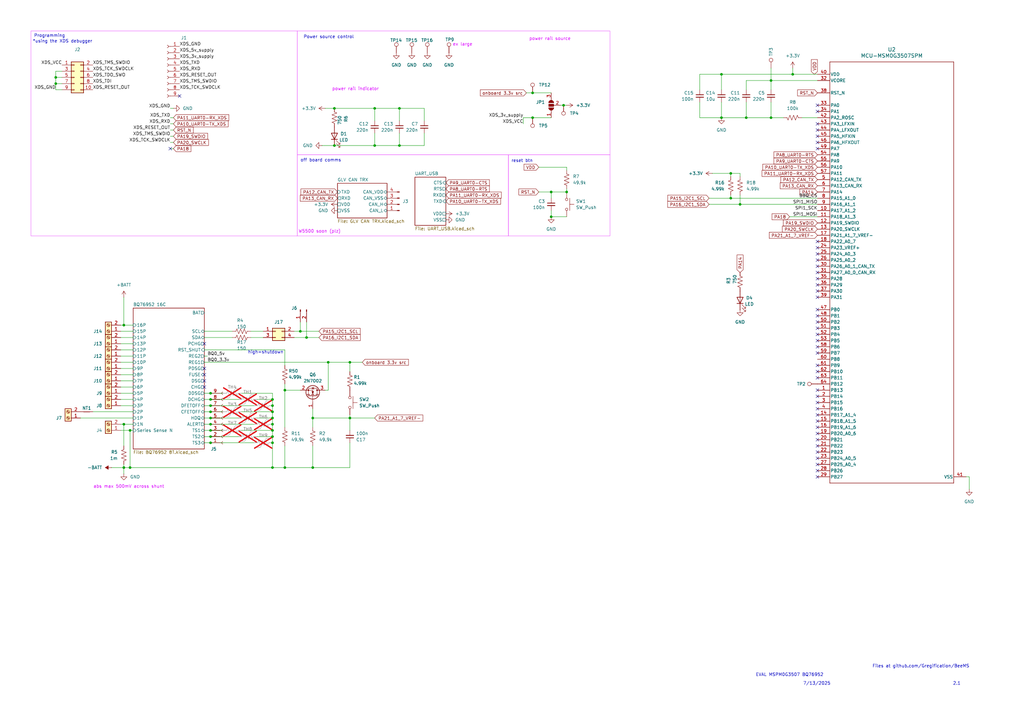
<source format=kicad_sch>
(kicad_sch (version 20250114) (generator "eeschema") (generator_version "9.0")
  (paper "A3")
  (rectangle (start 12.7 12.7) (end 121.92 96.774) (stroke (width 0) (color 234 84 255 1)))
  (rectangle (start 208.534 63.5) (end 250.19 96.774) (stroke (width 0) (color 234 84 255 1)))
  (rectangle (start 121.92 63.5) (end 208.534 96.774) (stroke (width 0) (color 234 84 255 1)))
  (rectangle (start 121.92 12.7) (end 250.19 63.5) (stroke (width 0) (color 234 84 255 1)))
  (text "EVAL MSPM0G3507 BQ76952" (at 323.85 276.86 0) (effects (font (size 1.27 1.27))))
  (text "Programming" (at 20.32 14.732 0) (effects (font (size 1.27 1.27))))
  (text "Files at github.com/Gregification/BeeMS" (at 377.698 273.304 0) (effects (font (size 1.27 1.27))))
  (text "power rail source" (at 225.552 16.002 0) (effects (font (size 1.27 1.27))))
  (text "high=shutdown" (at 108.966 144.526 0) (effects (font (size 1.27 1.27))))
  (text "Power source control" (at 124.46 15.24 0) (effects (font (size 1.27 1.27)) (justify left)))
  (text "off board comms\n" (at 123.19 65.786 0) (effects (font (size 1.27 1.27)) (justify left)))
  (text "reset btn" (at 214.122 66.04 0) (effects (font (size 1.27 1.27))))
  (text "2.1" (at 392.43 280.416 0) (effects (font (size 1.27 1.27))))
  (text "ex large" (at 189.738 18.288 0) (effects (font (size 1.27 1.27))))
  (text "abs max 500mV across shunt" (at 52.832 199.644 0) (effects (font (size 1.27 1.27))))
  (text "7/13/2025" (at 335.026 280.416 0) (effects (font (size 1.27 1.27))))
  (text "W5500 soon (plz)" (at 131.064 94.996 0) (effects (font (size 1.27 1.27))))
  (text "power rail indicator" (at 145.796 36.576 0) (effects (font (size 1.27 1.27))))
  (text "*using the XDS debugger" (at 25.654 17.018 0) (effects (font (size 1.27 1.27))))
  (junction (at 295.91 48.26))
  (junction (at 53.34 176.53))
  (junction (at 111.76 179.07))
  (junction (at 22.86 31.75))
  (junction (at 325.12 30.48))
  (junction (at 218.44 48.26))
  (junction (at 163.83 44.45))
  (junction (at 116.84 160.02))
  (junction (at 299.72 71.12))
  (junction (at 53.34 191.77))
  (junction (at 86.36 176.53))
  (junction (at 137.16 59.69))
  (junction (at 86.36 179.07))
  (junction (at 137.16 44.45))
  (junction (at 128.27 191.77))
  (junction (at 50.8 191.77))
  (junction (at 111.76 181.61))
  (junction (at 218.44 38.1))
  (junction (at 295.91 30.48))
  (junction (at 299.72 81.28))
  (junction (at 86.36 168.91))
  (junction (at 111.76 171.45))
  (junction (at 226.06 78.74))
  (junction (at 86.36 166.37))
  (junction (at 123.19 135.89))
  (junction (at 231.14 43.18))
  (junction (at 111.76 168.91))
  (junction (at 125.73 138.43))
  (junction (at 50.8 173.99))
  (junction (at 116.84 191.77))
  (junction (at 316.23 33.02))
  (junction (at 50.8 133.35))
  (junction (at 143.51 171.45))
  (junction (at 86.36 181.61))
  (junction (at 303.53 83.82))
  (junction (at 153.67 44.45))
  (junction (at 86.36 163.83))
  (junction (at 86.36 173.99))
  (junction (at 86.36 161.29))
  (junction (at 226.06 88.9))
  (junction (at 111.76 166.37))
  (junction (at 143.51 148.59))
  (junction (at 163.83 59.69))
  (junction (at 111.76 191.77))
  (junction (at 128.27 171.45))
  (junction (at 111.76 163.83))
  (junction (at 153.67 59.69))
  (junction (at 134.62 148.59))
  (junction (at 86.36 171.45))
  (junction (at 316.23 48.26))
  (junction (at 306.07 48.26))
  (junction (at 22.86 34.29))
  (junction (at 111.76 176.53))
  (junction (at 111.76 173.99))
  (junction (at 232.41 78.74))
  (no_connect (at 335.28 104.14))
  (no_connect (at 335.28 58.42))
  (no_connect (at 335.28 162.56))
  (no_connect (at 335.28 111.76))
  (no_connect (at 73.66 39.37))
  (no_connect (at 69.85 60.96))
  (no_connect (at 335.28 43.18))
  (no_connect (at 83.82 158.75))
  (no_connect (at 335.28 182.88))
  (no_connect (at 335.28 106.68))
  (no_connect (at 335.28 167.64))
  (no_connect (at 335.28 190.5))
  (no_connect (at 335.28 154.94))
  (no_connect (at 83.82 153.67))
  (no_connect (at 335.28 185.42))
  (no_connect (at 335.28 175.26))
  (no_connect (at 335.28 193.04))
  (no_connect (at 335.28 144.78))
  (no_connect (at 335.28 142.24))
  (no_connect (at 335.28 165.1))
  (no_connect (at 335.28 99.06))
  (no_connect (at 335.28 139.7))
  (no_connect (at 335.28 160.02))
  (no_connect (at 335.28 101.6))
  (no_connect (at 335.28 114.3))
  (no_connect (at 335.28 195.58))
  (no_connect (at 335.28 170.18))
  (no_connect (at 335.28 129.54))
  (no_connect (at 335.28 172.72))
  (no_connect (at 335.28 45.72))
  (no_connect (at 335.28 55.88))
  (no_connect (at 83.82 140.97))
  (no_connect (at 335.28 127))
  (no_connect (at 335.28 137.16))
  (no_connect (at 335.28 187.96))
  (no_connect (at 335.28 134.62))
  (no_connect (at 83.82 156.21))
  (no_connect (at 335.28 132.08))
  (no_connect (at 335.28 152.4))
  (no_connect (at 335.28 121.92))
  (no_connect (at 335.28 109.22))
  (no_connect (at 335.28 60.96))
  (no_connect (at 335.28 180.34))
  (no_connect (at 335.28 53.34))
  (no_connect (at 83.82 151.13))
  (no_connect (at 335.28 177.8))
  (no_connect (at 335.28 119.38))
  (no_connect (at 335.28 50.8))
  (no_connect (at 335.28 149.86))
  (no_connect (at 335.28 116.84))
  (wire (pts (xy 303.53 83.82) (xy 335.28 83.82)))
  (wire (pts (xy 316.23 48.26) (xy 321.31 48.26)))
  (wire (pts (xy 111.76 163.83) (xy 111.76 166.37)))
  (wire (pts (xy 128.27 167.64) (xy 128.27 171.45)))
  (wire (pts (xy 153.67 54.61) (xy 153.67 59.69)))
  (wire (pts (xy 306.07 48.26) (xy 316.23 48.26)))
  (wire (pts (xy 111.76 176.53) (xy 111.76 173.99)))
  (wire (pts (xy 49.53 166.37) (xy 54.61 166.37)))
  (wire (pts (xy 218.44 38.1) (xy 226.06 38.1)))
  (wire (pts (xy 143.51 191.77) (xy 128.27 191.77)))
  (wire (pts (xy 143.51 170.18) (xy 143.51 171.45)))
  (wire (pts (xy 49.53 163.83) (xy 54.61 163.83)))
  (wire (pts (xy 306.07 33.02) (xy 306.07 36.83)))
  (wire (pts (xy 325.12 27.94) (xy 325.12 30.48)))
  (wire (pts (xy 325.12 30.48) (xy 335.28 30.48)))
  (wire (pts (xy 287.02 30.48) (xy 295.91 30.48)))
  (wire (pts (xy 69.85 58.42) (xy 71.12 58.42)))
  (wire (pts (xy 99.06 168.91) (xy 111.76 168.91)))
  (wire (pts (xy 49.53 148.59) (xy 54.61 148.59)))
  (wire (pts (xy 163.83 59.69) (xy 163.83 54.61)))
  (wire (pts (xy 22.86 34.29) (xy 25.4 34.29)))
  (wire (pts (xy 123.19 135.89) (xy 130.81 135.89)))
  (wire (pts (xy 125.73 138.43) (xy 130.81 138.43)))
  (wire (pts (xy 232.41 78.74) (xy 232.41 77.47)))
  (wire (pts (xy 153.67 44.45) (xy 153.67 49.53)))
  (wire (pts (xy 49.53 161.29) (xy 54.61 161.29)))
  (wire (pts (xy 143.51 171.45) (xy 143.51 176.53)))
  (wire (pts (xy 173.99 59.69) (xy 173.99 54.61)))
  (wire (pts (xy 116.84 191.77) (xy 128.27 191.77)))
  (wire (pts (xy 134.62 148.59) (xy 134.62 160.02)))
  (wire (pts (xy 316.23 41.91) (xy 316.23 48.26)))
  (wire (pts (xy 69.85 48.26) (xy 71.12 48.26)))
  (wire (pts (xy 86.36 181.61) (xy 104.14 181.61)))
  (wire (pts (xy 111.76 168.91) (xy 111.76 166.37)))
  (wire (pts (xy 214.63 48.26) (xy 218.44 48.26)))
  (wire (pts (xy 287.02 30.48) (xy 287.02 36.83)))
  (wire (pts (xy 299.72 80.01) (xy 299.72 81.28)))
  (wire (pts (xy 295.91 30.48) (xy 325.12 30.48)))
  (wire (pts (xy 299.72 71.12) (xy 303.53 71.12)))
  (wire (pts (xy 111.76 161.29) (xy 111.76 163.83)))
  (wire (pts (xy 86.36 176.53) (xy 91.44 176.53)))
  (wire (pts (xy 83.82 146.05) (xy 85.09 146.05)))
  (wire (pts (xy 86.36 171.45) (xy 97.79 171.45)))
  (wire (pts (xy 303.53 80.01) (xy 303.53 83.82)))
  (wire (pts (xy 120.65 135.89) (xy 123.19 135.89)))
  (wire (pts (xy 226.06 78.74) (xy 232.41 78.74)))
  (wire (pts (xy 232.41 88.9) (xy 226.06 88.9)))
  (wire (pts (xy 83.82 163.83) (xy 86.36 163.83)))
  (wire (pts (xy 38.1 168.91) (xy 54.61 168.91)))
  (wire (pts (xy 86.36 179.07) (xy 97.79 179.07)))
  (wire (pts (xy 306.07 33.02) (xy 316.23 33.02)))
  (wire (pts (xy 50.8 191.77) (xy 50.8 194.31)))
  (wire (pts (xy 116.84 157.48) (xy 116.84 160.02)))
  (wire (pts (xy 86.36 161.29) (xy 91.44 161.29)))
  (wire (pts (xy 125.73 132.08) (xy 125.73 138.43)))
  (wire (pts (xy 111.76 179.07) (xy 111.76 176.53)))
  (wire (pts (xy 50.8 121.92) (xy 50.8 133.35)))
  (wire (pts (xy 299.72 81.28) (xy 335.28 81.28)))
  (wire (pts (xy 111.76 181.61) (xy 111.76 191.77)))
  (wire (pts (xy 83.82 173.99) (xy 86.36 173.99)))
  (wire (pts (xy 83.82 181.61) (xy 86.36 181.61)))
  (wire (pts (xy 290.83 83.82) (xy 303.53 83.82)))
  (wire (pts (xy 173.99 49.53) (xy 173.99 44.45)))
  (wire (pts (xy 69.85 50.8) (xy 71.12 50.8)))
  (wire (pts (xy 116.84 143.51) (xy 116.84 149.86)))
  (wire (pts (xy 99.06 176.53) (xy 111.76 176.53)))
  (wire (pts (xy 143.51 148.59) (xy 148.59 148.59)))
  (wire (pts (xy 83.82 176.53) (xy 86.36 176.53)))
  (wire (pts (xy 232.41 69.85) (xy 232.41 68.58)))
  (wire (pts (xy 295.91 30.48) (xy 295.91 36.83)))
  (wire (pts (xy 306.07 48.26) (xy 306.07 41.91)))
  (wire (pts (xy 128.27 182.88) (xy 128.27 191.77)))
  (wire (pts (xy 49.53 156.21) (xy 54.61 156.21)))
  (wire (pts (xy 50.8 173.99) (xy 54.61 173.99)))
  (wire (pts (xy 86.36 173.99) (xy 104.14 173.99)))
  (wire (pts (xy 83.82 171.45) (xy 86.36 171.45)))
  (wire (pts (xy 316.23 33.02) (xy 335.28 33.02)))
  (wire (pts (xy 295.91 41.91) (xy 295.91 48.26)))
  (wire (pts (xy 69.85 60.96) (xy 71.12 60.96)))
  (wire (pts (xy 83.82 179.07) (xy 86.36 179.07)))
  (wire (pts (xy 111.76 163.83) (xy 105.41 163.83)))
  (wire (pts (xy 220.98 78.74) (xy 226.06 78.74)))
  (wire (pts (xy 128.27 171.45) (xy 143.51 171.45)))
  (wire (pts (xy 299.72 71.12) (xy 299.72 72.39)))
  (wire (pts (xy 22.86 31.75) (xy 25.4 31.75)))
  (wire (pts (xy 49.53 140.97) (xy 54.61 140.97)))
  (wire (pts (xy 53.34 191.77) (xy 111.76 191.77)))
  (wire (pts (xy 292.1 71.12) (xy 299.72 71.12)))
  (wire (pts (xy 102.87 138.43) (xy 107.95 138.43)))
  (wire (pts (xy 69.85 55.88) (xy 71.12 55.88)))
  (wire (pts (xy 123.19 132.08) (xy 123.19 135.89)))
  (wire (pts (xy 116.84 182.88) (xy 116.84 191.77)))
  (wire (pts (xy 133.35 44.45) (xy 137.16 44.45)))
  (wire (pts (xy 49.53 138.43) (xy 54.61 138.43)))
  (wire (pts (xy 22.86 29.21) (xy 25.4 29.21)))
  (wire (pts (xy 111.76 168.91) (xy 111.76 171.45)))
  (wire (pts (xy 116.84 160.02) (xy 123.19 160.02)))
  (wire (pts (xy 173.99 44.45) (xy 163.83 44.45)))
  (wire (pts (xy 22.86 29.21) (xy 22.86 31.75)))
  (wire (pts (xy 132.08 59.69) (xy 137.16 59.69)))
  (wire (pts (xy 83.82 148.59) (xy 134.62 148.59)))
  (wire (pts (xy 49.53 143.51) (xy 54.61 143.51)))
  (wire (pts (xy 69.85 44.45) (xy 71.12 44.45)))
  (wire (pts (xy 163.83 49.53) (xy 163.83 44.45)))
  (wire (pts (xy 53.34 191.77) (xy 50.8 191.77)))
  (wire (pts (xy 83.82 168.91) (xy 86.36 168.91)))
  (wire (pts (xy 33.02 171.45) (xy 54.61 171.45)))
  (wire (pts (xy 50.8 173.99) (xy 50.8 182.88)))
  (wire (pts (xy 316.23 27.94) (xy 316.23 33.02)))
  (wire (pts (xy 143.51 181.61) (xy 143.51 191.77)))
  (wire (pts (xy 163.83 59.69) (xy 173.99 59.69)))
  (wire (pts (xy 143.51 148.59) (xy 143.51 152.4)))
  (wire (pts (xy 83.82 138.43) (xy 95.25 138.43)))
  (wire (pts (xy 102.87 135.89) (xy 107.95 135.89)))
  (wire (pts (xy 111.76 181.61) (xy 111.76 179.07)))
  (wire (pts (xy 83.82 166.37) (xy 86.36 166.37)))
  (wire (pts (xy 397.51 200.66) (xy 397.51 195.58)))
  (wire (pts (xy 215.9 38.1) (xy 218.44 38.1)))
  (wire (pts (xy 111.76 173.99) (xy 111.76 171.45)))
  (wire (pts (xy 218.44 48.26) (xy 226.06 48.26)))
  (wire (pts (xy 49.53 135.89) (xy 54.61 135.89)))
  (wire (pts (xy 220.98 68.58) (xy 232.41 68.58)))
  (wire (pts (xy 316.23 33.02) (xy 316.23 36.83)))
  (wire (pts (xy 99.06 161.29) (xy 111.76 161.29)))
  (wire (pts (xy 49.53 158.75) (xy 54.61 158.75)))
  (wire (pts (xy 226.06 78.74) (xy 226.06 81.28)))
  (wire (pts (xy 22.86 36.83) (xy 25.4 36.83)))
  (wire (pts (xy 49.53 151.13) (xy 54.61 151.13)))
  (wire (pts (xy 50.8 133.35) (xy 54.61 133.35)))
  (wire (pts (xy 83.82 135.89) (xy 95.25 135.89)))
  (wire (pts (xy 214.63 50.8) (xy 214.63 48.26)))
  (wire (pts (xy 323.85 88.9) (xy 335.28 88.9)))
  (wire (pts (xy 134.62 160.02) (xy 133.35 160.02)))
  (wire (pts (xy 303.53 71.12) (xy 303.53 72.39)))
  (wire (pts (xy 397.51 195.58) (xy 396.24 195.58)))
  (wire (pts (xy 287.02 48.26) (xy 295.91 48.26)))
  (wire (pts (xy 134.62 148.59) (xy 143.51 148.59)))
  (wire (pts (xy 53.34 176.53) (xy 53.34 191.77)))
  (wire (pts (xy 49.53 133.35) (xy 50.8 133.35)))
  (wire (pts (xy 163.83 44.45) (xy 153.67 44.45)))
  (wire (pts (xy 290.83 81.28) (xy 299.72 81.28)))
  (wire (pts (xy 120.65 138.43) (xy 125.73 138.43)))
  (wire (pts (xy 105.41 171.45) (xy 111.76 171.45)))
  (wire (pts (xy 86.36 168.91) (xy 91.44 168.91)))
  (wire (pts (xy 137.16 59.69) (xy 153.67 59.69)))
  (wire (pts (xy 22.86 36.83) (xy 22.86 34.29)))
  (wire (pts (xy 83.82 143.51) (xy 116.84 143.51)))
  (wire (pts (xy 49.53 173.99) (xy 50.8 173.99)))
  (wire (pts (xy 232.41 43.18) (xy 231.14 43.18)))
  (wire (pts (xy 53.34 176.53) (xy 54.61 176.53)))
  (wire (pts (xy 116.84 160.02) (xy 116.84 175.26)))
  (wire (pts (xy 50.8 190.5) (xy 50.8 191.77)))
  (wire (pts (xy 86.36 166.37) (xy 104.14 166.37)))
  (wire (pts (xy 45.72 191.77) (xy 50.8 191.77)))
  (wire (pts (xy 295.91 48.26) (xy 306.07 48.26)))
  (wire (pts (xy 69.85 53.34) (xy 71.12 53.34)))
  (wire (pts (xy 111.76 191.77) (xy 116.84 191.77)))
  (wire (pts (xy 137.16 44.45) (xy 153.67 44.45)))
  (wire (pts (xy 49.53 146.05) (xy 54.61 146.05)))
  (wire (pts (xy 153.67 59.69) (xy 163.83 59.69)))
  (wire (pts (xy 105.41 179.07) (xy 111.76 179.07)))
  (wire (pts (xy 143.51 171.45) (xy 153.67 171.45)))
  (wire (pts (xy 22.86 34.29) (xy 22.86 31.75)))
  (wire (pts (xy 49.53 153.67) (xy 54.61 153.67)))
  (wire (pts (xy 49.53 176.53) (xy 53.34 176.53)))
  (wire (pts (xy 128.27 171.45) (xy 128.27 175.26)))
  (wire (pts (xy 86.36 163.83) (xy 97.79 163.83)))
  (wire (pts (xy 287.02 41.91) (xy 287.02 48.26)))
  (wire (pts (xy 226.06 88.9) (xy 226.06 86.36)))
  (wire (pts (xy 328.93 48.26) (xy 335.28 48.26)))
  (wire (pts (xy 83.82 161.29) (xy 86.36 161.29)))
  (wire (pts (xy 231.14 43.18) (xy 229.87 43.18)))
  (label "XDS_TCK_SWDCLK" (at 38.1 29.21 0))
  (label "XDS_TCK_SWDCLK" (at 73.66 36.83 0))
  (label "BQ0_3.3v" (at 85.09 148.59 0))
  (label "XDS_VCC" (at 214.63 50.8 180))
  (label "XDS_3v_supply" (at 214.63 48.26 180))
  (label "SPI1_MOSI" (at 335.28 88.9 180))
  (label "XDS_RESET_OUT" (at 38.1 36.83 0))
  (label "XDS_TXD" (at 69.85 48.26 180))
  (label "XDS_TDO_SWO" (at 38.1 31.75 0))
  (label "BQ0_5v" (at 85.09 146.05 0))
  (label "XDS_GND" (at 69.85 44.45 180))
  (label "BBQ_CS" (at 335.28 81.28 180))
  (label "XDS_3v_supply" (at 73.66 24.13 0))
  (label "XDS_GND" (at 22.86 36.83 180))
  (label "XDS_VCC" (at 25.4 26.67 180))
  (label "SPI1_MISO" (at 335.28 83.82 180))
  (label "XDS_RESET_OUT" (at 73.66 31.75 0))
  (label "XDS_TMS_SWDIO" (at 73.66 34.29 0))
  (label "SPI1_SCK" (at 335.28 86.36 180))
  (label "XDS_RESET_OUT" (at 69.85 53.34 180))
  (label "XDS_GND" (at 73.66 19.05 0))
  (label "XDS_RXD" (at 69.85 50.8 180))
  (label "XDS_TDI" (at 38.1 34.29 0))
  (label "XDS_TCK_SWDCLK" (at 69.85 58.42 180))
  (label "XDS_RXD" (at 73.66 29.21 0))
  (label "XDS_TMS_SWDIO" (at 38.1 26.67 0))
  (label "XDS_TXD" (at 73.66 26.67 0))
  (label "XDS_TMS_SWDIO" (at 69.85 55.88 180))
  (label "XDS_5v_supply" (at 73.66 21.59 0))
  (global_label "PA10_UART0-TX_XDS" (shape input) (at 335.28 68.58 180) (property "Intersheetrefs" "${INTERSHEET_REFS}" (effects (hide yes))))
  (global_label "PA8_UART0-RTS" (shape input) (at 182.88 77.47 0) (property "Intersheetrefs" "${INTERSHEET_REFS}" (effects (hide yes))))
  (global_label "PA12_CAN_TX" (shape input) (at 138.43 78.74 180) (property "Intersheetrefs" "${INTERSHEET_REFS}" (effects (hide yes))))
  (global_label "RST_N" (shape input) (at 220.98 78.74 180) (property "Intersheetrefs" "${INTERSHEET_REFS}" (effects (hide yes))))
  (global_label "PA9_UART0-CTS" (shape input) (at 335.28 66.04 180) (property "Intersheetrefs" "${INTERSHEET_REFS}" (effects (hide yes))))
  (global_label "PA16_I2C1_SDA" (shape input) (at 130.81 138.43 0) (property "Intersheetrefs" "${INTERSHEET_REFS}" (effects (hide yes))))
  (global_label "PA8_UART0-RTS" (shape input) (at 335.28 63.5 180) (property "Intersheetrefs" "${INTERSHEET_REFS}" (effects (hide yes))))
  (global_label "RST_N" (shape input) (at 71.12 53.34 0) (property "Intersheetrefs" "${INTERSHEET_REFS}" (effects (hide yes))))
  (global_label "PA16_I2C1_SDA" (shape input) (at 290.83 83.82 180) (property "Intersheetrefs" "${INTERSHEET_REFS}" (effects (hide yes))))
  (global_label "RST_N" (shape input) (at 335.28 38.1 180) (property "Intersheetrefs" "${INTERSHEET_REFS}" (effects (hide yes))))
  (global_label "PA11_UART0-RX_XDS" (shape input) (at 182.88 80.01 0) (property "Intersheetrefs" "${INTERSHEET_REFS}" (effects (hide yes))))
  (global_label "PA14" (shape input) (at 335.28 78.74 180) (property "Intersheetrefs" "${INTERSHEET_REFS}" (effects (hide yes))))
  (global_label "VDD" (shape input) (at 334.01 30.48 90) (property "Intersheetrefs" "${INTERSHEET_REFS}" (effects (hide yes))))
  (global_label "PA19_SWDIO" (shape input) (at 71.12 55.88 0) (property "Intersheetrefs" "${INTERSHEET_REFS}" (effects (hide yes))))
  (global_label "PA10_UART0-TX_XDS" (shape input) (at 71.12 50.8 0) (property "Intersheetrefs" "${INTERSHEET_REFS}" (effects (hide yes))))
  (global_label "PA12_CAN_TX" (shape input) (at 335.28 73.66 180) (property "Intersheetrefs" "${INTERSHEET_REFS}" (effects (hide yes))))
  (global_label "PA18" (shape input) (at 323.85 88.9 180) (property "Intersheetrefs" "${INTERSHEET_REFS}" (effects (hide yes))))
  (global_label "PA10_UART0-TX_XDS" (shape input) (at 182.88 82.55 0) (property "Intersheetrefs" "${INTERSHEET_REFS}" (effects (hide yes))))
  (global_label "PA21_A1_7_VREF-" (shape input) (at 335.28 96.52 180) (property "Intersheetrefs" "${INTERSHEET_REFS}" (effects (hide yes))))
  (global_label "PA20_SWCLK" (shape input) (at 71.12 58.42 0) (property "Intersheetrefs" "${INTERSHEET_REFS}" (effects (hide yes))))
  (global_label "PA11_UART0-RX_XDS" (shape input) (at 335.28 71.12 180) (property "Intersheetrefs" "${INTERSHEET_REFS}" (effects (hide yes))))
  (global_label "PA13_CAN_RX" (shape input) (at 335.28 76.2 180) (property "Intersheetrefs" "${INTERSHEET_REFS}" (effects (hide yes))))
  (global_label "VDD" (shape input) (at 220.98 68.58 180) (property "Intersheetrefs" "${INTERSHEET_REFS}" (effects (hide yes))))
  (global_label "onboard 3.3v src" (shape input) (at 215.9 38.1 180) (property "Intersheetrefs" "${INTERSHEET_REFS}" (effects (hide yes))))
  (global_label "PA9_UART0-CTS" (shape input) (at 182.88 74.93 0) (property "Intersheetrefs" "${INTERSHEET_REFS}" (effects (hide yes))))
  (global_label "PA15_I2C1_SCL" (shape input) (at 290.83 81.28 180) (property "Intersheetrefs" "${INTERSHEET_REFS}" (effects (hide yes))))
  (global_label "PA15_I2C1_SCL" (shape input) (at 130.81 135.89 0) (property "Intersheetrefs" "${INTERSHEET_REFS}" (effects (hide yes))))
  (global_label "PA19_SWDIO" (shape input) (at 335.28 91.44 180) (property "Intersheetrefs" "${INTERSHEET_REFS}" (effects (hide yes))))
  (global_label "PA11_UART0-RX_XDS" (shape input) (at 71.12 48.26 0) (property "Intersheetrefs" "${INTERSHEET_REFS}" (effects (hide yes))))
  (global_label "PA13_CAN_RX" (shape input) (at 138.43 81.28 180) (property "Intersheetrefs" "${INTERSHEET_REFS}" (effects (hide yes))))
  (global_label "PA14" (shape input) (at 303.53 111.76 90) (property "Intersheetrefs" "${INTERSHEET_REFS}" (effects (hide yes))))
  (global_label "PA20_SWCLK" (shape input) (at 335.28 93.98 180) (property "Intersheetrefs" "${INTERSHEET_REFS}" (effects (hide yes))))
  (global_label "onboard 3.3v src" (shape input) (at 148.59 148.59 0) (property "Intersheetrefs" "${INTERSHEET_REFS}" (effects (hide yes))))
  (global_label "PA18" (shape input) (at 71.12 60.96 0) (property "Intersheetrefs" "${INTERSHEET_REFS}" (effects (hide yes))))
  (global_label "PA21_A1_7_VREF-" (shape input) (at 153.67 171.45 0) (property "Intersheetrefs" "${INTERSHEET_REFS}" (effects (hide yes))))
  (symbol (lib_id "Device:R_US") (at 99.06 135.89 90) (unit 1)
    (property "Reference" "R4" (at 97.155 131.445 90) (effects (justify right)))
    (property "Value" "150" (at 97.155 133.985 90) (effects (justify right)))
    (property "Footprint" "Resistor_SMD:R_1206_3216Metric_Pad1.30x1.75mm_HandSolder" (effects (hide yes)))
    (property "Description" "Resistor, US symbol" (effects (hide yes)))
    (property "mouser" "https://www.mouser.com/ProductDetail/YAGEO/AC1206FR-7W150RL?qs=sGAEpiMZZMtlubZbdhIBICFms2LWLh%252Bq5GguBuup7BI%3D" (effects (hide yes)))
    (property "specs" "150Ohm, 500mW, 1%, 200V, -55C, +155C" (effects (hide yes)))
    (property "unit x10" "0.032" (effects (hide yes)))
  )
  (symbol (lib_id "Device:R_US") (at 303.53 76.2 0) (mirror y) (unit 1)
    (property "Reference" "R18" (at 306.07 74.9299 0) (effects (justify right)))
    (property "Value" "4.99k" (at 306.07 77.4699 0) (effects (justify right)))
    (property "Footprint" "Resistor_SMD:R_1206_3216Metric_Pad1.30x1.75mm_HandSolder" (effects (hide yes)))
    (property "Description" "Resistor, US symbol" (effects (hide yes)))
    (property "mouser" "https://www.mouser.com/ProductDetail/SEI-Stackpole/RNCP1206FTD4K99?qs=sGAEpiMZZMvdGkrng054tyMPH50YnZ95yR%2FF2bQQIaAb5UdPiGbTtQ%3D%3D" (effects (hide yes)))
    (property "specs" "4.99kOhm, 200V, 500mW, 1%, 100PPM, -55C, +155C" (effects (hide yes)))
    (property "unit x10" "0.017" (effects (hide yes)))
  )
  (symbol (lib_id "Device:LED") (at 137.16 55.88 90) (unit 1)
    (property "Reference" "D1" (at 140.97 54.864 90))
    (property "Value" "LED" (at 140.97 57.404 90))
    (property "Footprint" "LED_SMD:LED_0603_1608Metric" (effects (hide yes)))
    (property "Description" "Amber LED, 5mA, 1.9Vf, 5Vr, 75mW" (effects (hide yes)))
    (property "Sim.Pins" "1=K 2=A" (effects (hide yes)))
    (property "mouser" "https://www.mouser.com/ProductDetail/Inolux/IN-S63AT5A?qs=sGAEpiMZZMusoohG2hS%252B168PbK3Wnfgfrs6xlVjjR%2FyR990S%252B53E4A%3D%3D" (effects (hide yes)))
    (property "specs" "amber, 5mA, 1.9V, 75mW, -40C, +85C" (effects (hide yes)))
    (property "unit x10" "0.118" (effects (hide yes)))
  )
  (symbol (lib_id "Switch:SW_Push") (at 143.51 165.1 270) (unit 1)
    (property "Reference" "SW2" (at 147.32 163.8299 90) (effects (justify left)))
    (property "Value" "SW_Push" (at 147.32 166.3699 90) (effects (justify left)))
    (property "Footprint" "Button_Switch_SMD:SW_SPST_PTS645" (effects (hide yes)))
    (property "Datasheet" "https://www.mouser.com/ProductDetail/Soldered/101111?qs=%252BXxaIXUDbq05T1Vr5nLouw%3D%3D" (effects (hide yes)))
    (property "Description" "Push button switch, generic, two pins" (effects (hide yes)))
    (property "mouser" "https://www.mouser.com/ProductDetail/CK/KSC251J-SP-DELTA-LFS?qs=sGAEpiMZZMtFyPk3yBMYYFTocizRX9VpYSHB0QfEbpY%3D" (effects (hide yes)))
    (property "unit x10" "0.532" (effects (hide yes)))
  )
  (symbol (lib_id "power:GND") (at 226.06 88.9 0) (unit 1)
    (property "Reference" "#PWR010" (effects (hide yes)))
    (property "Value" "GND" (at 226.06 93.98 0))
    (property "Description" "Power symbol creates a global label with name \"GND\" , ground" (effects (hide yes)))
  )
  (symbol (lib_id "Connector:Screw_Terminal_01x02") (at 44.45 135.89 180) (unit 1)
    (property "Reference" "J14" (at 41.91 135.8901 0) (effects (justify left)))
    (property "Value" "Screw_Terminal_01x02" (effects (hide yes)))
    (property "Footprint" "TerminalBlock_MetzConnect:TerminalBlock_MetzConnect_Type059_RT06302HBWC_1x02_P3.50mm_Horizontal" (effects (hide yes)))
    (property "Datasheet" "https://www.mouser.com/ProductDetail/GCT/TAD05-02-1-L-G?qs=sGAEpiMZZMvPvGwLNS671%252B7aWYNAXBhXubiN9UBg%2FHrlZvvKM4WA6w%3D%3D" (effects (hide yes)))
    (property "Description" "Generic screw terminal, single row, 01x02, script generated (kicad-library-utils/schlib/autogen/connector/)" (effects (hide yes)))
    (property "mouser" "https://www.mouser.com/ProductDetail/GCT/TAD05-02-1-L-G?qs=sGAEpiMZZMvPvGwLNS671%252B7aWYNAXBhXubiN9UBg%2FHrlZvvKM4WA6w%3D%3D" (effects (hide yes)))
  )
  (symbol (lib_id "Connector:TestPoint") (at 316.23 27.94 0) (unit 1) (in_bom no)
    (property "Reference" "TP3" (at 316.23 23.114 90) (effects (justify left)))
    (property "Value" "TestPoint" (effects (hide yes)))
    (property "Footprint" "TestPoint:TestPoint_Loop_D2.50mm_Drill1.0mm_LowProfile" (effects (hide yes)))
    (property "Description" "test point" (effects (hide yes)))
  )
  (symbol (lib_id "Transistor_FET:2N7002") (at 128.27 162.56 270) (mirror x) (unit 1)
    (property "Reference" "Q6" (at 128.27 153.67 90))
    (property "Value" "2N7002" (at 128.27 156.21 90))
    (property "Footprint" "Package_TO_SOT_SMD:SOT-23" (effects (hide yes)))
    (property "Datasheet" "https://www.onsemi.com/pub/Collateral/NDS7002A-D.PDF" (effects (hide yes)))
    (property "Description" "0.115A Id, 60V Vds, N-Channel MOSFET, SOT-23" (effects (hide yes)))
    (property "mouser" "https://www.mouser.com/ProductDetail/Nexperia/2N7002BK215?qs=Z28%252Bnr95Va2ls36nCHG6bQ%3D%3D" (effects (hide yes)))
    (property "specs" "NChan, 60V, 250mA, 1v1thresh, 440mW, 1.6Ohms" (effects (hide yes)))
    (property "unit x10" "0.072" (effects (hide yes)))
  )
  (symbol (lib_id "power:GND") (at 162.56 21.59 0) (unit 1)
    (property "Reference" "#PWR05" (effects (hide yes)))
    (property "Value" "GND" (at 162.56 26.67 0))
    (property "Description" "Power symbol creates a global label with name \"GND\" , ground" (effects (hide yes)))
  )
  (symbol (lib_id "Connector:Conn_01x02_Pin") (at 123.19 127 90) (mirror x) (unit 1)
    (property "Reference" "J6" (at 121.92 126.3649 90) (effects (justify left)))
    (property "Value" "Conn_01x02_Pin" (effects (hide yes)))
    (property "Footprint" "Connector_PinHeader_2.54mm:PinHeader_1x02_P2.54mm_Vertical" (effects (hide yes)))
    (property "Description" "Generic connector, single row, 01x02, script generated" (effects (hide yes)))
    (property "mouser" "https://www.mouser.com/ProductDetail/3M-Electronic-Solutions-Division/929400-01-07-RK?qs=8Li5tweT5mxAnRwvBSG7wg%3D%3D&mgh=1&utm_id=22693461723&utm_source=google&utm_medium=cpc&utm_marketing_tactic=amercorp&gad_source=1&gad_campaignid=22699465430&gclid=Cj0KCQjw0Y3HBhCxARIsAN7931V3Q9lNZD5h4uJjA3G07-TRSv1KPKk1_9nCCKxyCRbpuWAP8GWV0v4aAg3GEALw_wcB" (effects (hide yes)))
  )
  (symbol (lib_id "Connector:Conn_01x04_Pin") (at 163.83 83.82 180) (unit 1) (in_bom no)
    (property "Reference" "J3" (at 165.1 82.5501 0) (effects (justify right)))
    (property "Value" "Conn_01x04_Pin" (effects (hide yes)))
    (property "Footprint" "Connector_PinHeader_2.54mm:PinHeader_1x04_P2.54mm_Vertical" (effects (hide yes)))
    (property "Description" "Generic connector, single row, 01x04, script generated" (effects (hide yes)))
    (property "mouser" "https://www.mouser.com/ProductDetail/3M-Electronic-Solutions-Division/929400-01-07-RK?qs=8Li5tweT5mxAnRwvBSG7wg%3D%3D&mgh=1&utm_id=22693461723&utm_source=google&utm_medium=cpc&utm_marketing_tactic=amercorp&gad_source=1&gad_campaignid=22699465430&gclid=Cj0KCQjw0Y3HBhCxARIsAN7931V3Q9lNZD5h4uJjA3G07-TRSv1KPKk1_9nCCKxyCRbpuWAP8GWV0v4aAg3GEALw_wcB" (effects (hide yes)))
  )
  (symbol (lib_id "Switch:SW_Push") (at 232.41 83.82 270) (unit 1)
    (property "Reference" "SW1" (at 236.22 82.5499 90) (effects (justify left)))
    (property "Value" "SW_Push" (at 236.22 85.0899 90) (effects (justify left)))
    (property "Footprint" "Button_Switch_SMD:SW_SPST_PTS645" (effects (hide yes)))
    (property "Datasheet" "https://www.mouser.com/ProductDetail/Soldered/101111?qs=%252BXxaIXUDbq05T1Vr5nLouw%3D%3D" (effects (hide yes)))
    (property "Description" "Push button switch, generic, two pins" (effects (hide yes)))
    (property "mouser" "https://www.mouser.com/ProductDetail/CK/KSC251J-SP-DELTA-LFS?qs=sGAEpiMZZMtFyPk3yBMYYFTocizRX9VpYSHB0QfEbpY%3D" (effects (hide yes)))
    (property "unit x10" "0.532" (effects (hide yes)))
  )
  (symbol (lib_id "Device:LED") (at 303.53 123.19 90) (unit 1)
    (property "Reference" "D4" (at 307.34 122.174 90))
    (property "Value" "LED" (at 307.34 124.714 90))
    (property "Footprint" "LED_SMD:LED_0603_1608Metric" (effects (hide yes)))
    (property "Description" "Amber LED, 5mA, 1.9Vf, 5Vr, 75mW" (effects (hide yes)))
    (property "Sim.Pins" "1=K 2=A" (effects (hide yes)))
    (property "mouser" "https://www.mouser.com/ProductDetail/Inolux/IN-S63AT5A?qs=sGAEpiMZZMusoohG2hS%252B168PbK3Wnfgfrs6xlVjjR%2FyR990S%252B53E4A%3D%3D" (effects (hide yes)))
    (property "specs" "amber, 5mA, 1.9V, 75mW, -40C, +85C" (effects (hide yes)))
    (property "unit x10" "0.118" (effects (hide yes)))
  )
  (symbol (lib_id "power:+3.3V") (at 133.35 44.45 90) (unit 1)
    (property "Reference" "#PWR020" (effects (hide yes)))
    (property "Value" "+3.3V" (at 129.54 44.4499 90) (effects (justify left)))
    (property "Description" "Power symbol creates a global label with name \"+3.3V\"" (effects (hide yes)))
  )
  (symbol (lib_id "Device:C_Small") (at 316.23 39.37 0) (mirror y) (unit 1)
    (property "Reference" "C5" (at 313.69 38.1062 0) (effects (justify left)))
    (property "Value" "220n" (at 313.69 40.6462 0) (effects (justify left)))
    (property "Footprint" "Capacitor_SMD:C_1206_3216Metric_Pad1.33x1.80mm_HandSolder" (effects (hide yes)))
    (property "Datasheet" "https://www.mouser.com/ProductDetail/Samsung-Electro-Mechanics/CL31B224KBFNNNF?qs=sGAEpiMZZMsh%252B1woXyUXj7iNKXiFkBmw7C%252BUlKpuDJ8%3D" (effects (hide yes)))
    (property "Description" "50Vdc, 10%, +125C" (effects (hide yes)))
    (property "mouser" "https://www.mouser.com/ProductDetail/Samsung-Electro-Mechanics/CL31B224KBFNNNF?qs=sGAEpiMZZMsh%252B1woXyUXj7iNKXiFkBmw7C%252BUlKpuDJ8%3D" (effects (hide yes)))
    (property "specs" "50VDC, X7R, 10%, -55C, +125C, 220nF" (effects (hide yes)))
    (property "unit x10" "0.05" (effects (hide yes)))
  )
  (symbol (lib_id "Device:Thermistor_US") (at 95.25 168.91 90) (unit 1) (on_board no) (dnp yes)
    (property "Reference" "TH3" (at 95.25 165.862 90))
    (property "Value" "Thermistor_US" (effects (hide yes)))
    (property "Footprint" "Resistor_SMD:R_1206_3216Metric_Pad1.30x1.75mm_HandSolder" (effects (hide yes)))
    (property "Description" "Thermistor, temperature dependent resistor, US symbol" (effects (hide yes)))
    (property "mouser" "https://www.mouser.com/ProductDetail/KYOCERA-AVX/NC20K00103KBA?qs=siVWLNAoT3nNg3yXUF5KcA%3D%3D" (effects (hide yes)))
    (property "specs" "3630kB, 10kOhms, 10%, -55C, +150C, 240mW" (effects (hide yes)))
  )
  (symbol (lib_id "Connector:TestPoint") (at 162.56 21.59 0) (unit 1) (in_bom no)
    (property "Reference" "TP14" (at 160.02 16.51 0) (effects (justify left)))
    (property "Value" "TestPoint" (effects (hide yes)))
    (property "Footprint" "TestPoint:TestPoint_Loop_D2.50mm_Drill1.0mm_LowProfile" (effects (hide yes)))
    (property "Description" "test point" (effects (hide yes)))
  )
  (symbol (lib_id "Connector:TestPoint") (at 184.15 21.59 0) (unit 1) (in_bom no)
    (property "Reference" "TP9" (at 182.626 16.256 0) (effects (justify left)))
    (property "Value" "TestPoint" (effects (hide yes)))
    (property "Footprint" "TestPoint:TestPoint_THTPad_3.0x3.0mm_Drill1.5mm" (effects (hide yes)))
    (property "Description" "test point" (effects (hide yes)))
  )
  (symbol (lib_id "Device:C_Small") (at 306.07 39.37 0) (mirror y) (unit 1)
    (property "Reference" "C11" (at 303.53 38.1062 0) (effects (justify left)))
    (property "Value" "220n" (at 303.53 40.6462 0) (effects (justify left)))
    (property "Footprint" "Capacitor_SMD:C_1206_3216Metric_Pad1.33x1.80mm_HandSolder" (effects (hide yes)))
    (property "Datasheet" "https://www.mouser.com/ProductDetail/Samsung-Electro-Mechanics/CL31B224KBFNNNF?qs=sGAEpiMZZMsh%252B1woXyUXj7iNKXiFkBmw7C%252BUlKpuDJ8%3D" (effects (hide yes)))
    (property "Description" "50Vdc, 10%, +125C" (effects (hide yes)))
    (property "mouser" "https://www.mouser.com/ProductDetail/Samsung-Electro-Mechanics/CL31B224KBFNNNF?qs=sGAEpiMZZMsh%252B1woXyUXj7iNKXiFkBmw7C%252BUlKpuDJ8%3D" (effects (hide yes)))
    (property "specs" "50VDC, X7R, 10%, -55C, +125C, 220nF" (effects (hide yes)))
    (property "unit x10" "0.05" (effects (hide yes)))
  )
  (symbol (lib_id "Device:C_Small") (at 173.99 52.07 0) (mirror y) (unit 1)
    (property "Reference" "C7" (at 171.45 50.8062 0) (effects (justify left)))
    (property "Value" "220n" (at 171.45 53.3462 0) (effects (justify left)))
    (property "Footprint" "Capacitor_SMD:C_1206_3216Metric_Pad1.33x1.80mm_HandSolder" (effects (hide yes)))
    (property "Datasheet" "https://www.mouser.com/ProductDetail/Samsung-Electro-Mechanics/CL31B224KBFNNNF?qs=sGAEpiMZZMsh%252B1woXyUXj7iNKXiFkBmw7C%252BUlKpuDJ8%3D" (effects (hide yes)))
    (property "Description" "50Vdc, 10%, +125C" (effects (hide yes)))
    (property "mouser" "https://www.mouser.com/ProductDetail/Samsung-Electro-Mechanics/CL31B224KBFNNNF?qs=sGAEpiMZZMsh%252B1woXyUXj7iNKXiFkBmw7C%252BUlKpuDJ8%3D" (effects (hide yes)))
    (property "specs" "50VDC, X7R, 10%, -55C, +125C, 220nF" (effects (hide yes)))
    (property "unit x10" "0.05" (effects (hide yes)))
  )
  (symbol (lib_id "Connector:Screw_Terminal_01x02") (at 44.45 146.05 180) (unit 1)
    (property "Reference" "J12" (at 41.91 146.0501 0) (effects (justify left)))
    (property "Value" "Screw_Terminal_01x02" (effects (hide yes)))
    (property "Footprint" "TerminalBlock_MetzConnect:TerminalBlock_MetzConnect_Type059_RT06302HBWC_1x02_P3.50mm_Horizontal" (effects (hide yes)))
    (property "Datasheet" "https://www.mouser.com/ProductDetail/GCT/TAD05-02-1-L-G?qs=sGAEpiMZZMvPvGwLNS671%252B7aWYNAXBhXubiN9UBg%2FHrlZvvKM4WA6w%3D%3D" (effects (hide yes)))
    (property "Description" "Generic screw terminal, single row, 01x02, script generated (kicad-library-utils/schlib/autogen/connector/)" (effects (hide yes)))
    (property "mouser" "https://www.mouser.com/ProductDetail/GCT/TAD05-02-1-L-G?qs=sGAEpiMZZMvPvGwLNS671%252B7aWYNAXBhXubiN9UBg%2FHrlZvvKM4WA6w%3D%3D" (effects (hide yes)))
  )
  (symbol (lib_id "power:+BATT") (at 50.8 121.92 0) (unit 1)
    (property "Reference" "#PWR013" (effects (hide yes)))
    (property "Value" "+BATT" (at 50.8 116.84 0))
    (property "Description" "Power symbol creates a global label with name \"+BATT\"" (effects (hide yes)))
  )
  (symbol (lib_id "Connector:TestPoint") (at 231.14 43.18 180) (unit 1) (in_bom no)
    (property "Reference" "TP4" (at 233.68 46.4819 0) (effects (justify right)))
    (property "Value" "TestPoint" (effects (hide yes)))
    (property "Footprint" "TestPoint:TestPoint_Loop_D2.50mm_Drill1.0mm_LowProfile" (effects (hide yes)))
    (property "Description" "test point" (effects (hide yes)))
  )
  (symbol (lib_id "power:GND") (at 303.53 127 0) (unit 1)
    (property "Reference" "#PWR034" (effects (hide yes)))
    (property "Value" "GND" (at 303.53 132.08 0))
    (property "Description" "Power symbol creates a global label with name \"GND\" , ground" (effects (hide yes)))
  )
  (symbol (lib_id "Device:R_US") (at 99.06 138.43 270) (unit 1)
    (property "Reference" "R17" (at 97.155 140.335 90) (effects (justify left)))
    (property "Value" "150" (at 97.155 142.875 90) (effects (justify left)))
    (property "Footprint" "Resistor_SMD:R_1206_3216Metric_Pad1.30x1.75mm_HandSolder" (effects (hide yes)))
    (property "Description" "Resistor, US symbol" (effects (hide yes)))
    (property "mouser" "https://www.mouser.com/ProductDetail/YAGEO/AC1206FR-7W150RL?qs=sGAEpiMZZMtlubZbdhIBICFms2LWLh%252Bq5GguBuup7BI%3D" (effects (hide yes)))
    (property "specs" "150Ohm, 500mW, 1%, 200V, -55C, +155C" (effects (hide yes)))
    (property "unit x10" "0.032" (effects (hide yes)))
  )
  (symbol (lib_id "power:GND") (at 138.43 86.36 270) (unit 1)
    (property "Reference" "#PWR07" (effects (hide yes)))
    (property "Value" "GND" (at 134.62 86.3599 90) (effects (justify right)))
    (property "Description" "Power symbol creates a global label with name \"GND\" , ground" (effects (hide yes)))
  )
  (symbol (lib_id "power:-BATT") (at 45.72 191.77 90) (unit 1)
    (property "Reference" "#PWR01" (effects (hide yes)))
    (property "Value" "-BATT" (at 41.91 191.7699 90) (effects (justify left)))
    (property "Description" "Power symbol creates a global label with name \"-BATT\"" (effects (hide yes)))
  )
  (symbol (lib_id "Device:R_US") (at 232.41 73.66 0) (unit 1)
    (property "Reference" "R7" (at 234.95 72.3899 0) (effects (justify left)))
    (property "Value" "49.9k" (at 234.95 74.9299 0) (effects (justify left)))
    (property "Footprint" "Resistor_SMD:R_1206_3216Metric_Pad1.30x1.75mm_HandSolder" (effects (hide yes)))
    (property "Description" "0.1% , +155C, 255mW, 200V" (effects (hide yes)))
    (property "mouser" "https://www.mouser.com/ProductDetail/SEI-Stackpole/RNCP1206FTD49K9?qs=sGAEpiMZZMtlubZbdhIBIA%252B43obPAL0t%252Bb%2FrZA8g8Pk%3D" (effects (hide yes)))
    (property "specs" "49.9kOhms, 500mW, 1%, 200V, 100PPM, -55C, +155C" (effects (hide yes)))
    (property "unit x10" "0.014" (effects (hide yes)))
  )
  (symbol (lib_id "Connector:Screw_Terminal_01x02") (at 44.45 140.97 180) (unit 1)
    (property "Reference" "J13" (at 41.91 140.9701 0) (effects (justify left)))
    (property "Value" "Screw_Terminal_01x02" (effects (hide yes)))
    (property "Footprint" "TerminalBlock_MetzConnect:TerminalBlock_MetzConnect_Type059_RT06302HBWC_1x02_P3.50mm_Horizontal" (effects (hide yes)))
    (property "Datasheet" "https://www.mouser.com/ProductDetail/GCT/TAD05-02-1-L-G?qs=sGAEpiMZZMvPvGwLNS671%252B7aWYNAXBhXubiN9UBg%2FHrlZvvKM4WA6w%3D%3D" (effects (hide yes)))
    (property "Description" "Generic screw terminal, single row, 01x02, script generated (kicad-library-utils/schlib/autogen/connector/)" (effects (hide yes)))
    (property "mouser" "https://www.mouser.com/ProductDetail/GCT/TAD05-02-1-L-G?qs=sGAEpiMZZMvPvGwLNS671%252B7aWYNAXBhXubiN9UBg%2FHrlZvvKM4WA6w%3D%3D" (effects (hide yes)))
  )
  (symbol (lib_id "Device:Thermistor_US") (at 101.6 179.07 90) (unit 1) (on_board no) (dnp yes)
    (property "Reference" "TH8" (at 101.6 176.022 90))
    (property "Value" "Thermistor_US" (effects (hide yes)))
    (property "Footprint" "Resistor_SMD:R_1206_3216Metric_Pad1.30x1.75mm_HandSolder" (effects (hide yes)))
    (property "Description" "Thermistor, temperature dependent resistor, US symbol" (effects (hide yes)))
    (property "mouser" "https://www.mouser.com/ProductDetail/KYOCERA-AVX/NC20K00103KBA?qs=siVWLNAoT3nNg3yXUF5KcA%3D%3D" (effects (hide yes)))
    (property "specs" "3630kB, 10kOhms, 10%, -55C, +150C, 240mW" (effects (hide yes)))
  )
  (symbol (lib_id "Device:R_US") (at 128.27 179.07 180) (unit 1)
    (property "Reference" "R2" (at 130.81 177.7999 0) (effects (justify right)))
    (property "Value" "49.9k" (at 130.81 180.3399 0) (effects (justify right)))
    (property "Footprint" "Resistor_SMD:R_1206_3216Metric_Pad1.30x1.75mm_HandSolder" (effects (hide yes)))
    (property "Description" "0.1% , +155C, 255mW, 200V" (effects (hide yes)))
    (property "mouser" "https://www.mouser.com/ProductDetail/SEI-Stackpole/RNCP1206FTD49K9?qs=sGAEpiMZZMtlubZbdhIBIA%252B43obPAL0t%252Bb%2FrZA8g8Pk%3D" (effects (hide yes)))
    (property "specs" "49.9kOhms, 500mW, 1%, 200V, 100PPM, -55C, +155C" (effects (hide yes)))
    (property "unit x10" "0.014" (effects (hide yes)))
  )
  (symbol (lib_id "power:+3.3V") (at 182.88 87.63 270) (unit 1)
    (property "Reference" "#PWR04" (effects (hide yes)))
    (property "Value" "+3.3V" (at 186.69 87.6299 90) (effects (justify left)))
    (property "Description" "Power symbol creates a global label with name \"+3.3V\"" (effects (hide yes)))
  )
  (symbol (lib_id "zzLocalLibrary:MCU-MSM0G3507SPM") (at 335.28 30.48 0) (unit 1)
    (property "Reference" "U2" (at 365.76 20.32 0) (effects (font (size 1.524 1.524))))
    (property "Value" "MCU-MSM0G3507SPM" (at 365.76 22.86 0) (effects (font (size 1.524 1.524))))
    (property "Footprint" "zzLocalLibraries-Footprints:MSPM0G3507-64-IPC_A" (effects (hide yes)))
    (property "Datasheet" "https://www.mouser.com/ProductDetail/Texas-Instruments/MSPM0G3507SPMR?qs=ST9lo4GX8V0tukxOtqK%252B6A%3D%3D" (effects (hide yes)))
    (property "mouser" "https://www.mouser.com/ProductDetail/595-MSPM0G3507SPMR" (effects (hide yes)))
    (property "unit x10" "1.81" (effects (hide yes)))
  )
  (symbol (lib_id "power:GND") (at 397.51 200.66 0) (unit 1)
    (property "Reference" "#PWR012" (effects (hide yes)))
    (property "Value" "GND" (at 397.51 205.74 0))
    (property "Description" "Power symbol creates a global label with name \"GND\" , ground" (effects (hide yes)))
  )
  (symbol (lib_id "Connector_Generic:Conn_02x05_Odd_Even") (at 30.48 31.75 0) (unit 1)
    (property "Reference" "J2" (at 31.75 20.32 0))
    (property "Value" "Conn_02x05_Odd_Even" (effects (hide yes)))
    (property "Footprint" "Connector_PinHeader_1.27mm:PinHeader_2x05_P1.27mm_Vertical_SMD" (effects (hide yes)))
    (property "Datasheet" "https://www.mouser.com/ProductDetail/Samtec/FTSH-105-01-L-DV-K?qs=%252B5JSS813miOqo3Vy%252BvhCFg%3D%3D&mgh=1&utm_id=22307413912&utm_source=google&utm_medium=cpc&utm_marketing_tactic=amercorp&gad_source=1&gad_campaignid=22307417416&gclid=EAIaIQobChMI7euR0cGajgMVHEp_AB1IOho8EAQYASABEgIaMPD_BwE" (effects (hide yes)))
    (property "Description" "https://www.digikey.com/en/products/detail/adafruit-industries-llc/556/6827041?gclsrc=aw.ds&gad_source=1&gad_campaignid=20232005509&gclid=EAIaIQobChMIgoT1icKajgMVrXJ_AB3caCGqEAQYByABEgJ-U_D_BwE" (effects (hide yes)))
  )
  (symbol (lib_id "Device:Thermistor_US") (at 101.6 163.83 90) (unit 1) (on_board no) (dnp yes)
    (property "Reference" "TH1" (at 101.6 160.782 90))
    (property "Value" "Thermistor_US" (effects (hide yes)))
    (property "Footprint" "Resistor_SMD:R_1206_3216Metric_Pad1.30x1.75mm_HandSolder" (effects (hide yes)))
    (property "Description" "Thermistor, temperature dependent resistor, US symbol" (effects (hide yes)))
    (property "mouser" "https://www.mouser.com/ProductDetail/KYOCERA-AVX/NC20K00103KBA?qs=siVWLNAoT3nNg3yXUF5KcA%3D%3D" (effects (hide yes)))
    (property "specs" "3630kB, 10kOhms, 10%, -55C, +150C, 240mW" (effects (hide yes)))
  )
  (symbol (lib_id "Connector:Screw_Terminal_01x02") (at 27.94 171.45 180) (unit 1)
    (property "Reference" "J7" (at 25.4 171.4501 0) (effects (justify left)))
    (property "Value" "Screw_Terminal_01x02" (effects (hide yes)))
    (property "Footprint" "TerminalBlock_MetzConnect:TerminalBlock_MetzConnect_Type059_RT06302HBWC_1x02_P3.50mm_Horizontal" (effects (hide yes)))
    (property "Datasheet" "https://www.mouser.com/ProductDetail/GCT/TAD05-02-1-L-G?qs=sGAEpiMZZMvPvGwLNS671%252B7aWYNAXBhXubiN9UBg%2FHrlZvvKM4WA6w%3D%3D" (effects (hide yes)))
    (property "Description" "Generic screw terminal, single row, 01x02, script generated (kicad-library-utils/schlib/autogen/connector/)" (effects (hide yes)))
    (property "mouser" "https://www.mouser.com/ProductDetail/GCT/TAD05-02-1-L-G?qs=sGAEpiMZZMvPvGwLNS671%252B7aWYNAXBhXubiN9UBg%2FHrlZvvKM4WA6w%3D%3D" (effects (hide yes)))
  )
  (symbol (lib_id "power:GND") (at 132.08 59.69 270) (unit 1)
    (property "Reference" "#PWR017" (effects (hide yes)))
    (property "Value" "GND" (at 128.27 59.6899 90) (effects (justify right)))
    (property "Description" "Power symbol creates a global label with name \"GND\" , ground" (effects (hide yes)))
  )
  (symbol (lib_id "Device:R_US") (at 299.72 76.2 0) (mirror x) (unit 1)
    (property "Reference" "R16" (at 297.18 74.9299 0) (effects (justify right)))
    (property "Value" "4.99k" (at 297.18 77.4699 0) (effects (justify right)))
    (property "Footprint" "Resistor_SMD:R_1206_3216Metric_Pad1.30x1.75mm_HandSolder" (effects (hide yes)))
    (property "Description" "Resistor, US symbol" (effects (hide yes)))
    (property "mouser" "https://www.mouser.com/ProductDetail/SEI-Stackpole/RNCP1206FTD4K99?qs=sGAEpiMZZMvdGkrng054tyMPH50YnZ95yR%2FF2bQQIaAb5UdPiGbTtQ%3D%3D" (effects (hide yes)))
    (property "specs" "4.99kOhm, 200V, 500mW, 1%, 100PPM, -55C, +155C" (effects (hide yes)))
    (property "unit x10" "0.017" (effects (hide yes)))
  )
  (symbol (lib_id "power:+3.3V") (at 292.1 71.12 90) (unit 1)
    (property "Reference" "#PWR024" (effects (hide yes)))
    (property "Value" "+3.3V" (at 288.29 71.1199 90) (effects (justify left)))
    (property "Description" "Power symbol creates a global label with name \"+3.3V\"" (effects (hide yes)))
  )
  (symbol (lib_id "Connector:Conn_01x09_Socket") (at 68.58 29.21 0) (mirror y) (unit 1) (in_bom no)
    (property "Reference" "J1" (at 75.438 15.494 0))
    (property "Value" "Conn_01x09_Socket" (effects (hide yes)))
    (property "Footprint" "Connector_PinHeader_2.54mm:PinHeader_1x09_P2.54mm_Vertical" (effects (hide yes)))
    (property "Description" "Generic connector, single row, 01x09, script generated" (effects (hide yes)))
    (property "mouser" "https://www.mouser.com/ProductDetail/3M-Electronic-Solutions-Division/929400-01-07-RK?qs=8Li5tweT5mxAnRwvBSG7wg%3D%3D&mgh=1&utm_id=22693461723&utm_source=google&utm_medium=cpc&utm_marketing_tactic=amercorp&gad_source=1&gad_campaignid=22699465430&gclid=Cj0KCQjw0Y3HBhCxARIsAN7931V3Q9lNZD5h4uJjA3G07-TRSv1KPKk1_9nCCKxyCRbpuWAP8GWV0v4aAg3GEALw_wcB" (effects (hide yes)))
  )
  (symbol (lib_id "Connector:TestPoint") (at 218.44 38.1 0) (unit 1) (in_bom no)
    (property "Reference" "TP12" (at 220.98 34.7979 0) (effects (justify left)))
    (property "Value" "TestPoint" (effects (hide yes)))
    (property "Footprint" "TestPoint:TestPoint_Loop_D2.50mm_Drill1.0mm_LowProfile" (effects (hide yes)))
    (property "Description" "test point" (effects (hide yes)))
  )
  (symbol (lib_id "Device:C_Small") (at 163.83 52.07 0) (mirror y) (unit 1)
    (property "Reference" "C13" (at 161.29 50.8062 0) (effects (justify left)))
    (property "Value" "220n" (at 161.29 53.3462 0) (effects (justify left)))
    (property "Footprint" "Capacitor_SMD:C_1206_3216Metric_Pad1.33x1.80mm_HandSolder" (effects (hide yes)))
    (property "Datasheet" "https://www.mouser.com/ProductDetail/Samsung-Electro-Mechanics/CL31B224KBFNNNF?qs=sGAEpiMZZMsh%252B1woXyUXj7iNKXiFkBmw7C%252BUlKpuDJ8%3D" (effects (hide yes)))
    (property "Description" "50Vdc, 10%, +125C" (effects (hide yes)))
    (property "mouser" "https://www.mouser.com/ProductDetail/Samsung-Electro-Mechanics/CL31B224KBFNNNF?qs=sGAEpiMZZMsh%252B1woXyUXj7iNKXiFkBmw7C%252BUlKpuDJ8%3D" (effects (hide yes)))
    (property "specs" "50VDC, X7R, 10%, -55C, +125C, 220nF" (effects (hide yes)))
    (property "unit x10" "0.05" (effects (hide yes)))
  )
  (symbol (lib_id "Connector:Conn_01x09_Socket") (at 91.44 171.45 0) (mirror x) (unit 1) (in_bom no)
    (property "Reference" "J5" (at 87.63 184.15 0))
    (property "Value" "Conn_01x09_Socket" (effects (hide yes)))
    (property "Footprint" "Connector_PinHeader_2.54mm:PinHeader_1x09_P2.54mm_Vertical" (effects (hide yes)))
    (property "Description" "Generic connector, single row, 01x09, script generated" (effects (hide yes)))
    (property "mouser" "https://www.mouser.com/ProductDetail/3M-Electronic-Solutions-Division/929400-01-07-RK?qs=8Li5tweT5mxAnRwvBSG7wg%3D%3D&mgh=1&utm_id=22693461723&utm_source=google&utm_medium=cpc&utm_marketing_tactic=amercorp&gad_source=1&gad_campaignid=22699465430&gclid=Cj0KCQjw0Y3HBhCxARIsAN7931V3Q9lNZD5h4uJjA3G07-TRSv1KPKk1_9nCCKxyCRbpuWAP8GWV0v4aAg3GEALw_wcB" (effects (hide yes)))
  )
  (symbol (lib_id "Device:C_Small") (at 295.91 39.37 0) (mirror y) (unit 1)
    (property "Reference" "C14" (at 293.37 38.1062 0) (effects (justify left)))
    (property "Value" "10u" (at 293.37 40.6462 0) (effects (justify left)))
    (property "Footprint" "Capacitor_SMD:C_1206_3216Metric_Pad1.33x1.80mm_HandSolder" (effects (hide yes)))
    (property "Description" "50Vdc, 10%, +125C" (effects (hide yes)))
    (property "mouser" "https://www.mouser.com/ProductDetail/Samsung-Electro-Mechanics/CL31A106KBHNNNE?qs=sGAEpiMZZMsh%252B1woXyUXjxqcB7t9naYpzWmpMbMJIKQ%3D" (effects (hide yes)))
    (property "specs" "10uF, 50VDC, X5R, 10%, -55C, +85C" (effects (hide yes)))
    (property "unit x10" "0.07" (effects (hide yes)))
  )
  (symbol (lib_id "Device:C_Small") (at 143.51 179.07 0) (mirror x) (unit 1)
    (property "Reference" "C17" (at 146.05 180.3338 0) (effects (justify left)))
    (property "Value" "100n" (at 146.05 177.7938 0) (effects (justify left)))
    (property "Footprint" "Capacitor_SMD:C_1206_3216Metric_Pad1.33x1.80mm_HandSolder" (effects (hide yes)))
    (property "mouser" "https://www.mouser.com/ProductDetail/Walsin/1206B104K251CT?qs=fIkAfuXiAQKkmX5niKUTKw%3D%3D" (effects (hide yes)))
    (property "specs" "100nF, 250VDC, X7R, 10%, -55C, +125C" (effects (hide yes)))
    (property "unit x10" "0.062" (effects (hide yes)))
  )
  (symbol (lib_id "Device:C_Small") (at 226.06 83.82 0) (mirror y) (unit 1)
    (property "Reference" "C3" (at 223.52 82.5562 0) (effects (justify left)))
    (property "Value" "100n" (at 223.52 85.0962 0) (effects (justify left)))
    (property "Footprint" "Capacitor_SMD:C_1206_3216Metric_Pad1.33x1.80mm_HandSolder" (effects (hide yes)))
    (property "mouser" "https://www.mouser.com/ProductDetail/Walsin/1206B104K251CT?qs=fIkAfuXiAQKkmX5niKUTKw%3D%3D" (effects (hide yes)))
    (property "specs" "100nF, 250VDC, X7R, 10%, -55C, +125C" (effects (hide yes)))
    (property "unit x10" "0.062" (effects (hide yes)))
  )
  (symbol (lib_id "Device:NetTie_2") (at 35.56 168.91 0) (unit 1) (in_bom no)
    (property "Reference" "NT1" (at 35.56 167.386 0))
    (property "Value" "NetTie_2" (effects (hide yes)))
    (property "Footprint" "NetTie:NetTie-2_SMD_Pad0.5mm" (effects (hide yes)))
    (property "Description" "Net tie, 2 pins" (effects (hide yes)))
  )
  (symbol (lib_id "power:GND") (at 50.8 194.31 0) (unit 1)
    (property "Reference" "#PWR09" (effects (hide yes)))
    (property "Value" "GND" (at 53.34 195.5799 0) (effects (justify left)))
    (property "Description" "Power symbol creates a global label with name \"GND\" , ground" (effects (hide yes)))
  )
  (symbol (lib_id "power:+3.3V") (at 138.43 83.82 90) (unit 1)
    (property "Reference" "#PWR06" (effects (hide yes)))
    (property "Value" "+3.3V" (at 134.62 83.8199 90) (effects (justify left)))
    (property "Description" "Power symbol creates a global label with name \"+3.3V\"" (effects (hide yes)))
  )
  (symbol (lib_id "Connector:TestPoint") (at 335.28 157.48 90) (unit 1) (in_bom no)
    (property "Reference" "TP2" (at 330.454 157.48 90) (effects (justify left)))
    (property "Value" "TestPoint" (effects (hide yes)))
    (property "Footprint" "TestPoint:TestPoint_Loop_D2.50mm_Drill1.0mm_LowProfile" (effects (hide yes)))
    (property "Description" "test point" (effects (hide yes)))
  )
  (symbol (lib_id "power:+3.3V") (at 325.12 27.94 0) (unit 1)
    (property "Reference" "#PWR027" (effects (hide yes)))
    (property "Value" "+3.3V" (at 325.12 22.86 0))
    (property "Description" "Power symbol creates a global label with name \"+3.3V\"" (effects (hide yes)))
  )
  (symbol (lib_id "Connector:TestPoint") (at 175.26 21.59 0) (unit 1) (in_bom no)
    (property "Reference" "TP16" (at 172.72 16.51 0) (effects (justify left)))
    (property "Value" "TestPoint" (effects (hide yes)))
    (property "Footprint" "TestPoint:TestPoint_Loop_D2.50mm_Drill1.0mm_LowProfile" (effects (hide yes)))
    (property "Description" "test point" (effects (hide yes)))
  )
  (symbol (lib_id "Connector:TestPoint") (at 168.91 21.59 0) (unit 1) (in_bom no)
    (property "Reference" "TP15" (at 166.37 16.51 0) (effects (justify left)))
    (property "Value" "TestPoint" (effects (hide yes)))
    (property "Footprint" "TestPoint:TestPoint_Loop_D2.50mm_Drill1.0mm_LowProfile" (effects (hide yes)))
    (property "Description" "test point" (effects (hide yes)))
  )
  (symbol (lib_id "Device:Thermistor_US") (at 95.25 176.53 90) (unit 1) (on_board no) (dnp yes)
    (property "Reference" "TH7" (at 95.25 173.482 90))
    (property "Value" "Thermistor_US" (effects (hide yes)))
    (property "Footprint" "Resistor_SMD:R_1206_3216Metric_Pad1.30x1.75mm_HandSolder" (effects (hide yes)))
    (property "Description" "Thermistor, temperature dependent resistor, US symbol" (effects (hide yes)))
    (property "mouser" "https://www.mouser.com/ProductDetail/KYOCERA-AVX/NC20K00103KBA?qs=siVWLNAoT3nNg3yXUF5KcA%3D%3D" (effects (hide yes)))
    (property "specs" "3630kB, 10kOhms, 10%, -55C, +150C, 240mW" (effects (hide yes)))
  )
  (symbol (lib_id "Device:R_US") (at 303.53 115.57 0) (unit 1)
    (property "Reference" "R3" (at 298.831 116.459 90) (effects (justify left)))
    (property "Value" "750" (at 301.371 116.459 90) (effects (justify left)))
    (property "Footprint" "Resistor_SMD:R_1206_3216Metric_Pad1.30x1.75mm_HandSolder" (effects (hide yes)))
    (property "Datasheet" "https://www.mouser.com/ProductDetail/Panasonic/ERJ-P08F6800V?qs=iIVTEDlrHA3SVAPfz%2FMedg%3D%3D" (effects (hide yes)))
    (property "Description" "Resistor, US symbol" (effects (hide yes)))
    (property "mouser" "https://www.mouser.com/ProductDetail/YAGEO/RC1206JR-13750RL?qs=sGAEpiMZZMvdGkrng054t8AJgcdMkx7xRBGyMWDk%2FFM%3D" (effects (hide yes)))
    (property "specs" "750mOhm, 250mW, 5%, 100PPM, 200C, -55C, +155C" (effects (hide yes)))
    (property "unit x10" "0.022" (effects (hide yes)))
  )
  (symbol (lib_id "power:GND") (at 175.26 21.59 0) (unit 1)
    (property "Reference" "#PWR033" (effects (hide yes)))
    (property "Value" "GND" (at 175.26 26.67 0))
    (property "Description" "Power symbol creates a global label with name \"GND\" , ground" (effects (hide yes)))
  )
  (symbol (lib_id "Device:R_US") (at 143.51 156.21 0) (unit 1)
    (property "Reference" "R1" (at 145.034 154.686 0) (effects (justify left)))
    (property "Value" "4.99k" (at 145.034 157.226 0) (effects (justify left)))
    (property "Footprint" "Resistor_SMD:R_1206_3216Metric_Pad1.30x1.75mm_HandSolder" (effects (hide yes)))
    (property "Description" "Resistor, US symbol" (effects (hide yes)))
    (property "mouser" "https://www.mouser.com/ProductDetail/SEI-Stackpole/RNCP1206FTD4K99?qs=sGAEpiMZZMvdGkrng054tyMPH50YnZ95yR%2FF2bQQIaAb5UdPiGbTtQ%3D%3D" (effects (hide yes)))
    (property "specs" "4.99kOhm, 200V, 500mW, 1%, 100PPM, -55C, +155C" (effects (hide yes)))
    (property "unit x10" "0.017" (effects (hide yes)))
  )
  (symbol (lib_id "Jumper:SolderJumper_3_Open") (at 226.06 43.18 90) (unit 1) (in_bom no)
    (property "Reference" "JP1" (at 223.52 41.9099 90) (effects (justify left)))
    (property "Value" "SolderJumper_3_Open" (effects (hide yes)))
    (property "Footprint" "Jumper:SolderJumper-3_P1.3mm_Open_Pad1.0x1.5mm" (effects (hide yes)))
    (property "Description" "Solder Jumper, 3-pole, open" (effects (hide yes)))
  )
  (symbol (lib_id "Connector_Generic:Conn_02x02_Odd_Even") (at 113.03 135.89 0) (unit 1)
    (property "Reference" "J17" (at 114.3 132.08 0))
    (property "Value" "Conn_02x02_Odd_Even" (effects (hide yes)))
    (property "Footprint" "Connector_PinHeader_2.54mm:PinHeader_2x02_P2.54mm_Vertical" (effects (hide yes)))
    (property "Description" "Generic connector, double row, 02x02, odd/even pin numbering scheme (row 1 odd numbers, row 2 even numbers), script generated (kicad-library-utils/schlib/autogen/connector/)" (effects (hide yes)))
    (property "mouser" "https://www.mouser.com/ProductDetail/3M-Electronic-Solutions-Division/929400-01-07-RK?qs=8Li5tweT5mxAnRwvBSG7wg%3D%3D&mgh=1&utm_id=22693461723&utm_source=google&utm_medium=cpc&utm_marketing_tactic=amercorp&gad_source=1&gad_campaignid=22699465430&gclid=Cj0KCQjw0Y3HBhCxARIsAN7931V3Q9lNZD5h4uJjA3G07-TRSv1KPKk1_9nCCKxyCRbpuWAP8GWV0v4aAg3GEALw_wcB" (effects (hide yes)))
  )
  (symbol (lib_id "Device:C_Small") (at 153.67 52.07 0) (mirror y) (unit 1)
    (property "Reference" "C12" (at 151.13 50.8062 0) (effects (justify left)))
    (property "Value" "220n" (at 151.13 53.3462 0) (effects (justify left)))
    (property "Footprint" "Capacitor_SMD:C_1206_3216Metric_Pad1.33x1.80mm_HandSolder" (effects (hide yes)))
    (property "Datasheet" "https://www.mouser.com/ProductDetail/Samsung-Electro-Mechanics/CL31B224KBFNNNF?qs=sGAEpiMZZMsh%252B1woXyUXj7iNKXiFkBmw7C%252BUlKpuDJ8%3D" (effects (hide yes)))
    (property "Description" "50Vdc, 10%, +125C" (effects (hide yes)))
    (property "mouser" "https://www.mouser.com/ProductDetail/Samsung-Electro-Mechanics/CL31B224KBFNNNF?qs=sGAEpiMZZMsh%252B1woXyUXj7iNKXiFkBmw7C%252BUlKpuDJ8%3D" (effects (hide yes)))
    (property "specs" "50VDC, X7R, 10%, -55C, +125C, 220nF" (effects (hide yes)))
    (property "unit x10" "0.05" (effects (hide yes)))
  )
  (symbol (lib_id "Device:Thermistor_US") (at 101.6 171.45 90) (unit 1) (on_board no) (dnp yes)
    (property "Reference" "TH5" (at 101.6 168.402 90))
    (property "Value" "Thermistor_US" (effects (hide yes)))
    (property "Footprint" "Resistor_SMD:R_1206_3216Metric_Pad1.30x1.75mm_HandSolder" (effects (hide yes)))
    (property "Description" "Thermistor, temperature dependent resistor, US symbol" (effects (hide yes)))
    (property "mouser" "https://www.mouser.com/ProductDetail/KYOCERA-AVX/NC20K00103KBA?qs=siVWLNAoT3nNg3yXUF5KcA%3D%3D" (effects (hide yes)))
    (property "specs" "3630kB, 10kOhms, 10%, -55C, +150C, 240mW" (effects (hide yes)))
  )
  (symbol (lib_id "Connector:Screw_Terminal_01x02") (at 44.45 161.29 180) (unit 1)
    (property "Reference" "J9" (at 41.91 161.2901 0) (effects (justify left)))
    (property "Value" "Screw_Terminal_01x02" (effects (hide yes)))
    (property "Footprint" "TerminalBlock_MetzConnect:TerminalBlock_MetzConnect_Type059_RT06302HBWC_1x02_P3.50mm_Horizontal" (effects (hide yes)))
    (property "Datasheet" "https://www.mouser.com/ProductDetail/GCT/TAD05-02-1-L-G?qs=sGAEpiMZZMvPvGwLNS671%252B7aWYNAXBhXubiN9UBg%2FHrlZvvKM4WA6w%3D%3D" (effects (hide yes)))
    (property "Description" "Generic screw terminal, single row, 01x02, script generated (kicad-library-utils/schlib/autogen/connector/)" (effects (hide yes)))
    (property "mouser" "https://www.mouser.com/ProductDetail/GCT/TAD05-02-1-L-G?qs=sGAEpiMZZMvPvGwLNS671%252B7aWYNAXBhXubiN9UBg%2FHrlZvvKM4WA6w%3D%3D" (effects (hide yes)))
  )
  (symbol (lib_id "Device:C_Small") (at 287.02 39.37 0) (mirror y) (unit 1)
    (property "Reference" "C15" (at 284.48 38.1062 0) (effects (justify left)))
    (property "Value" "100n" (at 284.48 40.6462 0) (effects (justify left)))
    (property "Footprint" "Capacitor_SMD:C_1206_3216Metric_Pad1.33x1.80mm_HandSolder" (effects (hide yes)))
    (property "Description" "50Vdc, 10%, +125C" (effects (hide yes)))
    (property "mouser" "https://www.mouser.com/ProductDetail/Walsin/1206B104K251CT?qs=fIkAfuXiAQKkmX5niKUTKw%3D%3D" (effects (hide yes)))
    (property "specs" "100nF, 250VDC, X7R, 10%, -55C, +125C" (effects (hide yes)))
    (property "unit x10" "0.062" (effects (hide yes)))
  )
  (symbol (lib_id "Device:R_US") (at 116.84 179.07 180) (unit 1)
    (property "Reference" "R11" (at 119.38 177.7999 0) (effects (justify right)))
    (property "Value" "49.9k" (at 119.38 180.3399 0) (effects (justify right)))
    (property "Footprint" "Resistor_SMD:R_1206_3216Metric_Pad1.30x1.75mm_HandSolder" (effects (hide yes)))
    (property "Description" "0.1% , +155C, 255mW, 200V" (effects (hide yes)))
    (property "mouser" "https://www.mouser.com/ProductDetail/SEI-Stackpole/RNCP1206FTD49K9?qs=sGAEpiMZZMtlubZbdhIBIA%252B43obPAL0t%252Bb%2FrZA8g8Pk%3D" (effects (hide yes)))
    (property "specs" "49.9kOhms, 500mW, 1%, 200V, 100PPM, -55C, +155C" (effects (hide yes)))
    (property "unit x10" "0.014" (effects (hide yes)))
  )
  (symbol (lib_id "power:GND") (at 168.91 21.59 0) (unit 1)
    (property "Reference" "#PWR08" (effects (hide yes)))
    (property "Value" "GND" (at 168.91 26.67 0))
    (property "Description" "Power symbol creates a global label with name \"GND\" , ground" (effects (hide yes)))
  )
  (symbol (lib_id "Device:Thermistor_US") (at 107.95 166.37 90) (unit 1) (on_board no) (dnp yes)
    (property "Reference" "TH2" (at 107.95 163.322 90))
    (property "Value" "Thermistor_US" (effects (hide yes)))
    (property "Footprint" "Resistor_SMD:R_1206_3216Metric_Pad1.30x1.75mm_HandSolder" (effects (hide yes)))
    (property "Description" "Thermistor, temperature dependent resistor, US symbol" (effects (hide yes)))
    (property "mouser" "https://www.mouser.com/ProductDetail/KYOCERA-AVX/NC20K00103KBA?qs=siVWLNAoT3nNg3yXUF5KcA%3D%3D" (effects (hide yes)))
    (property "specs" "3630kB, 10kOhms, 10%, -55C, +150C, 240mW" (effects (hide yes)))
  )
  (symbol (lib_id "power:+3.3V") (at 232.41 43.18 270) (unit 1)
    (property "Reference" "#PWR025" (effects (hide yes)))
    (property "Value" "+3.3V" (at 236.22 43.1799 90) (effects (justify left)))
    (property "Description" "Power symbol creates a global label with name \"+3.3V\"" (effects (hide yes)))
  )
  (symbol (lib_id "Connector:Screw_Terminal_01x02") (at 44.45 166.37 180) (unit 1)
    (property "Reference" "J8" (at 41.91 166.3701 0) (effects (justify left)))
    (property "Value" "Screw_Terminal_01x02" (effects (hide yes)))
    (property "Footprint" "TerminalBlock_MetzConnect:TerminalBlock_MetzConnect_Type059_RT06302HBWC_1x02_P3.50mm_Horizontal" (effects (hide yes)))
    (property "Datasheet" "https://www.mouser.com/ProductDetail/GCT/TAD05-02-1-L-G?qs=sGAEpiMZZMvPvGwLNS671%252B7aWYNAXBhXubiN9UBg%2FHrlZvvKM4WA6w%3D%3D" (effects (hide yes)))
    (property "Description" "Generic screw terminal, single row, 01x02, script generated (kicad-library-utils/schlib/autogen/connector/)" (effects (hide yes)))
    (property "mouser" "https://www.mouser.com/ProductDetail/GCT/TAD05-02-1-L-G?qs=sGAEpiMZZMvPvGwLNS671%252B7aWYNAXBhXubiN9UBg%2FHrlZvvKM4WA6w%3D%3D" (effects (hide yes)))
  )
  (symbol (lib_id "Device:Thermistor_US") (at 107.95 181.61 90) (unit 1) (on_board no) (dnp yes)
    (property "Reference" "TH9" (at 107.95 178.562 90))
    (property "Value" "Thermistor_US" (effects (hide yes)))
    (property "Footprint" "Resistor_SMD:R_1206_3216Metric_Pad1.30x1.75mm_HandSolder" (effects (hide yes)))
    (property "Description" "Thermistor, temperature dependent resistor, US symbol" (effects (hide yes)))
    (property "mouser" "https://www.mouser.com/ProductDetail/KYOCERA-AVX/NC20K00103KBA?qs=siVWLNAoT3nNg3yXUF5KcA%3D%3D" (effects (hide yes)))
    (property "specs" "3630kB, 10kOhms, 10%, -55C, +150C, 240mW" (effects (hide yes)))
  )
  (symbol (lib_id "Connector:TestPoint") (at 218.44 48.26 180) (unit 1) (in_bom no)
    (property "Reference" "TP5" (at 220.98 51.5619 0) (effects (justify right)))
    (property "Value" "TestPoint" (effects (hide yes)))
    (property "Footprint" "TestPoint:TestPoint_Loop_D2.50mm_Drill1.0mm_LowProfile" (effects (hide yes)))
    (property "Description" "test point" (effects (hide yes)))
  )
  (symbol (lib_id "Connector:Screw_Terminal_01x02") (at 44.45 151.13 180) (unit 1)
    (property "Reference" "J11" (at 41.91 151.1301 0) (effects (justify left)))
    (property "Value" "Screw_Terminal_01x02" (effects (hide yes)))
    (property "Footprint" "TerminalBlock_MetzConnect:TerminalBlock_MetzConnect_Type059_RT06302HBWC_1x02_P3.50mm_Horizontal" (effects (hide yes)))
    (property "Datasheet" "https://www.mouser.com/ProductDetail/GCT/TAD05-02-1-L-G?qs=sGAEpiMZZMvPvGwLNS671%252B7aWYNAXBhXubiN9UBg%2FHrlZvvKM4WA6w%3D%3D" (effects (hide yes)))
    (property "Description" "Generic screw terminal, single row, 01x02, script generated (kicad-library-utils/schlib/autogen/connector/)" (effects (hide yes)))
    (property "mouser" "https://www.mouser.com/ProductDetail/GCT/TAD05-02-1-L-G?qs=sGAEpiMZZMvPvGwLNS671%252B7aWYNAXBhXubiN9UBg%2FHrlZvvKM4WA6w%3D%3D" (effects (hide yes)))
  )
  (symbol (lib_id "power:GND") (at 71.12 44.45 90) (unit 1)
    (property "Reference" "#PWR02" (effects (hide yes)))
    (property "Value" "GND" (at 74.93 44.4499 90) (effects (justify right)))
    (property "Description" "Power symbol creates a global label with name \"GND\" , ground" (effects (hide yes)))
  )
  (symbol (lib_id "Connector:Screw_Terminal_01x02") (at 44.45 156.21 180) (unit 1)
    (property "Reference" "J10" (at 41.91 156.2101 0) (effects (justify left)))
    (property "Value" "Screw_Terminal_01x02" (effects (hide yes)))
    (property "Footprint" "TerminalBlock_MetzConnect:TerminalBlock_MetzConnect_Type059_RT06302HBWC_1x02_P3.50mm_Horizontal" (effects (hide yes)))
    (property "Datasheet" "https://www.mouser.com/ProductDetail/GCT/TAD05-02-1-L-G?qs=sGAEpiMZZMvPvGwLNS671%252B7aWYNAXBhXubiN9UBg%2FHrlZvvKM4WA6w%3D%3D" (effects (hide yes)))
    (property "Description" "Generic screw terminal, single row, 01x02, script generated (kicad-library-utils/schlib/autogen/connector/)" (effects (hide yes)))
    (property "mouser" "https://www.mouser.com/ProductDetail/GCT/TAD05-02-1-L-G?qs=sGAEpiMZZMvPvGwLNS671%252B7aWYNAXBhXubiN9UBg%2FHrlZvvKM4WA6w%3D%3D" (effects (hide yes)))
  )
  (symbol (lib_id "power:GND") (at 182.88 90.17 90) (unit 1)
    (property "Reference" "#PWR014" (effects (hide yes)))
    (property "Value" "GND" (at 186.69 90.1699 90) (effects (justify right)))
    (property "Description" "Power symbol creates a global label with name \"GND\" , ground" (effects (hide yes)))
  )
  (symbol (lib_id "Device:Thermistor_US") (at 95.25 161.29 90) (unit 1) (on_board no) (dnp yes)
    (property "Reference" "TH4" (at 95.25 158.75 90))
    (property "Value" "Thermistor_US" (effects (hide yes)))
    (property "Footprint" "Resistor_SMD:R_1206_3216Metric_Pad1.30x1.75mm_HandSolder" (effects (hide yes)))
    (property "Description" "Thermistor, temperature dependent resistor, US symbol" (effects (hide yes)))
    (property "mouser" "https://www.mouser.com/ProductDetail/KYOCERA-AVX/NC20K00103KBA?qs=siVWLNAoT3nNg3yXUF5KcA%3D%3D" (effects (hide yes)))
    (property "specs" "3630kB, 10kOhms, 10%, -55C, +150C, 240mW" (effects (hide yes)))
  )
  (symbol (lib_id "Device:R_US") (at 116.84 153.67 0) (unit 1)
    (property "Reference" "R50" (at 118.364 152.146 0) (effects (justify left)))
    (property "Value" "4.99k" (at 118.364 154.686 0) (effects (justify left)))
    (property "Footprint" "Resistor_SMD:R_1206_3216Metric_Pad1.30x1.75mm_HandSolder" (effects (hide yes)))
    (property "Description" "Resistor, US symbol" (effects (hide yes)))
    (property "mouser" "https://www.mouser.com/ProductDetail/SEI-Stackpole/RNCP1206FTD4K99?qs=sGAEpiMZZMvdGkrng054tyMPH50YnZ95yR%2FF2bQQIaAb5UdPiGbTtQ%3D%3D" (effects (hide yes)))
    (property "specs" "4.99kOhm, 200V, 500mW, 1%, 100PPM, -55C, +155C" (effects (hide yes)))
    (property "unit x10" "0.017" (effects (hide yes)))
  )
  (symbol (lib_id "Connector:Screw_Terminal_01x02") (at 44.45 176.53 180) (unit 1)
    (property "Reference" "J4" (at 41.91 176.5301 0) (effects (justify left)))
    (property "Value" "Screw_Terminal_01x02" (effects (hide yes)))
    (property "Footprint" "TerminalBlock_MetzConnect:TerminalBlock_MetzConnect_Type059_RT06302HBWC_1x02_P3.50mm_Horizontal" (effects (hide yes)))
    (property "Datasheet" "https://www.mouser.com/ProductDetail/GCT/TAD05-02-1-L-G?qs=sGAEpiMZZMvPvGwLNS671%252B7aWYNAXBhXubiN9UBg%2FHrlZvvKM4WA6w%3D%3D" (effects (hide yes)))
    (property "Description" "Generic screw terminal, single row, 01x02, script generated (kicad-library-utils/schlib/autogen/connector/)" (effects (hide yes)))
    (property "mouser" "https://www.mouser.com/ProductDetail/GCT/TAD05-02-1-L-G?qs=sGAEpiMZZMvPvGwLNS671%252B7aWYNAXBhXubiN9UBg%2FHrlZvvKM4WA6w%3D%3D" (effects (hide yes)))
  )
  (symbol (lib_id "Device:Thermistor_US") (at 107.95 173.99 90) (unit 1) (on_board no) (dnp yes)
    (property "Reference" "TH6" (at 107.95 170.942 90))
    (property "Value" "Thermistor_US" (effects (hide yes)))
    (property "Footprint" "Resistor_SMD:R_1206_3216Metric_Pad1.30x1.75mm_HandSolder" (effects (hide yes)))
    (property "Description" "Thermistor, temperature dependent resistor, US symbol" (effects (hide yes)))
    (property "mouser" "https://www.mouser.com/ProductDetail/KYOCERA-AVX/NC20K00103KBA?qs=siVWLNAoT3nNg3yXUF5KcA%3D%3D" (effects (hide yes)))
    (property "specs" "3630kB, 10kOhms, 10%, -55C, +150C, 240mW" (effects (hide yes)))
  )
  (symbol (lib_id "Device:R_US") (at 325.12 48.26 90) (mirror x) (unit 1)
    (property "Reference" "R8" (at 325.12 41.91 90))
    (property "Value" "100k" (at 325.12 44.45 90))
    (property "Footprint" "Resistor_SMD:R_1206_3216Metric_Pad1.30x1.75mm_HandSolder" (effects (hide yes)))
    (property "Datasheet" "https://www.mouser.com/ProductDetail/Bourns/CHV1206-FX-1003EST?qs=QNEnbhJQKvb7tN9X9nEnDA%3D%3D" (effects (hide yes)))
    (property "Description" "Resistor, US symbol" (effects (hide yes)))
    (property "mouser" "https://www.mouser.com/ProductDetail/Bourns/CHV1206-FX-1003EST?qs=QNEnbhJQKvb7tN9X9nEnDA%3D%3D" (effects (hide yes)))
    (property "specs" "100kOhm, 800V, 250mW, 100PPM, 1%, -55C, 155C" (effects (hide yes)))
    (property "unit x10" "0.083" (effects (hide yes)))
  )
  (symbol (lib_id "power:GND") (at 295.91 48.26 0) (unit 1)
    (property "Reference" "#PWR011" (effects (hide yes)))
    (property "Value" "GND" (at 295.91 53.34 0))
    (property "Description" "Power symbol creates a global label with name \"GND\" , ground" (effects (hide yes)))
  )
  (symbol (lib_id "power:GND") (at 184.15 21.59 0) (unit 1)
    (property "Reference" "#PWR03" (effects (hide yes)))
    (property "Value" "GND" (at 184.15 26.67 0))
    (property "Description" "Power symbol creates a global label with name \"GND\" , ground" (effects (hide yes)))
  )
  (symbol (lib_id "Device:R_US") (at 50.8 186.69 0) (mirror x) (unit 1)
    (property "Reference" "R5" (at 48.26 185.4199 0) (effects (justify right)))
    (property "Value" "1m" (at 48.26 187.9599 0) (effects (justify right)))
    (property "Footprint" "zzLocalLibraries-Footprints:R_shunt_3921" (effects (hide yes)))
    (property "Description" "PU3921FKMP50R001L" (effects (hide yes)))
    (property "mouser" "https://www.mouser.com/ProductDetail/YAGEO/PU3921FKMP50R001L?qs=byeeYqUIh0PbS8lzdU64UA%3D%3D" (effects (hide yes)))
    (property "specs" "1mOhms, 5W, 1%, 75PPM, -65C, +170C" (effects (hide yes)))
    (property "unit x10" "1.29" (effects (hide yes)))
  )
  (symbol (lib_id "Device:R_US") (at 137.16 48.26 180) (unit 1)
    (property "Reference" "R6" (at 141.859 47.371 90) (effects (justify left)))
    (property "Value" "750" (at 139.319 47.371 90) (effects (justify left)))
    (property "Footprint" "Resistor_SMD:R_1206_3216Metric_Pad1.30x1.75mm_HandSolder" (effects (hide yes)))
    (property "Datasheet" "https://www.mouser.com/ProductDetail/Panasonic/ERJ-P08F6800V?qs=iIVTEDlrHA3SVAPfz%2FMedg%3D%3D" (effects (hide yes)))
    (property "Description" "Resistor, US symbol" (effects (hide yes)))
    (property "mouser" "https://www.mouser.com/ProductDetail/YAGEO/RC1206JR-13750RL?qs=sGAEpiMZZMvdGkrng054t8AJgcdMkx7xRBGyMWDk%2FFM%3D" (effects (hide yes)))
    (property "specs" "750mOhm, 250mW, 5%, 100PPM, 200C, -55C, +155C" (effects (hide yes)))
    (property "unit x10" "0.022" (effects (hide yes)))
  )
  (sheet (at 170.18 72.644) (size 12.7 19.812) (stroke (width 0.1524))
    (property "Sheetname" "UART_USB" (at 170.18 71.9324 0) (effects (justify left bottom)))
    (property "Sheetfile" "UART_USB.kicad_sch" (at 170.18 93.0406 0) (effects (justify left top)))
    (pin "CTS" input (at 182.88 74.93 0))
    (pin "RTS" output (at 182.88 77.47 0))
    (pin "RXD" output (at 182.88 80.01 0))
    (pin "TXD" input (at 182.88 82.55 0))
    (pin "VDD" passive (at 182.88 87.63 0))
    (pin "VSS" passive (at 182.88 90.17 0))
  )
  (sheet (at 138.43 75.184) (size 20.32 14.224) (stroke (width 0.1524))
    (property "Sheetname" "GLV CAN TRX" (at 138.43 74.4724 0) (effects (justify left bottom)))
    (property "Sheetfile" "GLV CAN TRX.kicad_sch" (at 138.43 89.9926 0) (effects (justify left top)))
    (pin "CAN_H" bidirectional (at 158.75 83.82 0))
    (pin "CAN_L" bidirectional (at 158.75 86.36 0))
    (pin "CAN_VDD" bidirectional (at 158.75 78.74 0))
    (pin "CAN_VSS" bidirectional (at 158.75 81.28 0))
    (pin "RXD" output (at 138.43 81.28 180))
    (pin "TXD" input (at 138.43 78.74 180))
    (pin "VDD" passive (at 138.43 83.82 180))
    (pin "VSS" passive (at 138.43 86.36 180))
  )
  (sheet (at 54.61 126.365) (size 29.21 57.785) (stroke (width 0.1524))
    (property "Sheetname" "BQ76952 16C" (at 54.61 125.6534 0) (effects (justify left bottom)))
    (property "Sheetfile" "BQ76952 8T.kicad_sch" (at 54.61 184.7346 0) (effects (justify left top)))
    (pin "1N" input (at 54.61 173.99 180))
    (pin "1P" input (at 54.61 171.45 180))
    (pin "2P" input (at 54.61 168.91 180))
    (pin "3P" input (at 54.61 166.37 180))
    (pin "4P" input (at 54.61 163.83 180))
    (pin "5P" input (at 54.61 161.29 180))
    (pin "6P" input (at 54.61 158.75 180))
    (pin "7P" input (at 54.61 156.21 180))
    (pin "8P" input (at 54.61 153.67 180))
    (pin "9P" input (at 54.61 151.13 180))
    (pin "10P" input (at 54.61 148.59 180))
    (pin "11P" input (at 54.61 146.05 180))
    (pin "12P" input (at 54.61 143.51 180))
    (pin "13P" input (at 54.61 140.97 180))
    (pin "14P" input (at 54.61 138.43 180))
    (pin "15P" input (at 54.61 135.89 180))
    (pin "16P" input (at 54.61 133.35 180))
    (pin "ALERT" output (at 83.82 173.99 0))
    (pin "CFETOFF" bidirectional (at 83.82 168.91 0))
    (pin "CHG" output (at 83.82 158.75 0))
    (pin "DFETOFF" bidirectional (at 83.82 166.37 0))
    (pin "DSG" output (at 83.82 156.21 0))
    (pin "FUSE" bidirectional (at 83.82 153.67 0))
    (pin "HDQ" bidirectional (at 83.82 171.45 0))
    (pin "PCHG" output (at 83.82 140.97 0))
    (pin "PDSG" output (at 83.82 151.13 0))
    (pin "REG1" output (at 83.82 148.59 0))
    (pin "REG2" output (at 83.82 146.05 0))
    (pin "RST_SHUT" input (at 83.82 143.51 0))
    (pin "SCL" bidirectional (at 83.82 135.89 0))
    (pin "SDA" bidirectional (at 83.82 138.43 0))
    (pin "Series Sense N" input (at 54.61 176.53 180))
    (pin "TS1" bidirectional (at 83.82 176.53 0))
    (pin "TS2" bidirectional (at 83.82 179.07 0))
    (pin "TS3" bidirectional (at 83.82 181.61 0))
    (pin "BAT" output (at 83.82 128.27 0))
    (pin "DCHG" bidirectional (at 83.82 163.83 0))
    (pin "DDSG" output (at 83.82 161.29 0))
  )
)
</source>
